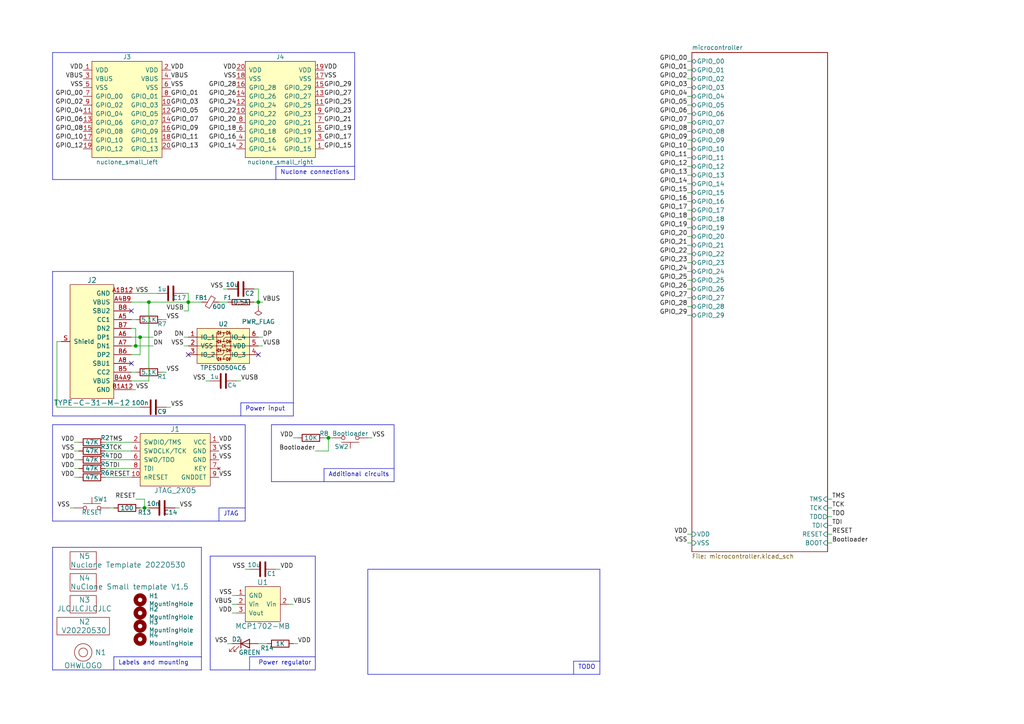
<source format=kicad_sch>
(kicad_sch (version 20230121) (generator eeschema)
  (paper "A4")
  (lib_symbols
    (symbol "Device:C" (pin_numbers hide) (pin_names (offset 0.254))
      (property "Reference" "C" (at 0.635 2.54 0))
      (property "Value" "C" (at 0.635 -2.54 0))
      (symbol "C_0_1"
        (polyline (pts (xy -2.032 -0.762) (xy 2.032 -0.762)) (stroke (width 0.508)))
        (polyline (pts (xy -2.032 0.762) (xy 2.032 0.762)) (stroke (width 0.508)))
      )
      (symbol "C_1_1"
        (pin passive line (at 0 3.81 270) (length 2.794) (name "~") (number "1"))
        (pin passive line (at 0 -3.81 90) (length 2.794) (name "~") (number "2"))
      )
    )
    (symbol "Device:FerriteBead_Small" (pin_numbers hide) (pin_names (offset 0))
      (property "Reference" "FB" (at 1.905 1.27 0))
      (property "Value" "FerriteBead_Small" (at 1.905 -1.27 0))
      (symbol "FerriteBead_Small_0_1"
        (polyline (pts (xy 0 -1.27) (xy 0 -0.7874)))
        (polyline (pts (xy 0 0.889) (xy 0 1.2954)))
        (polyline (pts (xy -1.8288 0.2794) (xy -1.1176 1.4986) (xy 1.8288 -0.2032) (xy 1.1176 -1.4224) (xy -1.8288 0.2794)))
      )
      (symbol "FerriteBead_Small_1_1"
        (pin passive line (at 0 2.54 270) (length 1.27) (name "~") (number "1"))
        (pin passive line (at 0 -2.54 90) (length 1.27) (name "~") (number "2"))
      )
    )
    (symbol "Device:Fuse" (pin_numbers hide) (pin_names (offset 0))
      (property "Reference" "F" (at 2.032 0 90))
      (property "Value" "Fuse" (at -1.905 0 90))
      (symbol "Fuse_0_1"
        (rectangle (start -0.762 -2.54) (end 0.762 2.54) (stroke (width 0.254)))
        (polyline (pts (xy 0 2.54) (xy 0 -2.54)))
      )
      (symbol "Fuse_1_1"
        (pin passive line (at 0 3.81 270) (length 1.27) (name "~") (number "1"))
        (pin passive line (at 0 -3.81 90) (length 1.27) (name "~") (number "2"))
      )
    )
    (symbol "Device:LED" (pin_numbers hide) (pin_names (offset 1.016) hide)
      (property "Reference" "D" (at 0 2.54 0))
      (property "Value" "LED" (at 0 -2.54 0))
      (symbol "LED_0_1"
        (polyline (pts (xy -1.27 -1.27) (xy -1.27 1.27)) (stroke (width 0.254)))
        (polyline (pts (xy -1.27 0) (xy 1.27 0)))
        (polyline (pts (xy 1.27 -1.27) (xy 1.27 1.27) (xy -1.27 0) (xy 1.27 -1.27)) (stroke (width 0.254)))
        (polyline (pts (xy -3.048 -0.762) (xy -4.572 -2.286) (xy -3.81 -2.286) (xy -4.572 -2.286) (xy -4.572 -1.524)))
        (polyline (pts (xy -1.778 -0.762) (xy -3.302 -2.286) (xy -2.54 -2.286) (xy -3.302 -2.286) (xy -3.302 -1.524)))
      )
      (symbol "LED_1_1"
        (pin passive line (at -3.81 0 0) (length 2.54) (name "K") (number "1"))
        (pin passive line (at 3.81 0 180) (length 2.54) (name "A") (number "2"))
      )
    )
    (symbol "Device:R" (pin_numbers hide) (pin_names (offset 0))
      (property "Reference" "R" (at 2.032 0 90))
      (property "Value" "R" (at 0 0 90))
      (symbol "R_0_1"
        (rectangle (start -1.016 -2.54) (end 1.016 2.54) (stroke (width 0.254)))
      )
      (symbol "R_1_1"
        (pin passive line (at 0 3.81 270) (length 1.27) (name "~") (number "1"))
        (pin passive line (at 0 -3.81 90) (length 1.27) (name "~") (number "2"))
      )
    )
    (symbol "Mechanical:MountingHole" (pin_names (offset 1.016))
      (property "Reference" "H" (at 0 5.08 0))
      (property "Value" "MountingHole" (at 0 3.175 0))
      (symbol "MountingHole_0_1"
        (circle (center 0 0) (radius 1.27) (stroke (width 1.27)))
      )
    )
    (symbol "SquantorConnectorsNamed:JTAG_2X05_IN" (pin_names (offset 1.016))
      (property "Reference" "J" (at 0 8.89 0))
      (property "Value" "JTAG_2X05_IN" (at 0 -8.89 0))
      (symbol "JTAG_2X05_IN_0_1"
        (rectangle (start -10.16 7.62) (end 10.16 -7.62) (fill (type background)))
      )
      (symbol "JTAG_2X05_IN_1_1"
        (pin power_in line (at 12.7 5.08 180) (length 2.54) (name "VCC") (number "1"))
        (pin open_collector line (at -12.7 -5.08 0) (length 2.54) (name "nRESET") (number "10"))
        (pin bidirectional line (at -12.7 5.08 0) (length 2.54) (name "SWDIO/TMS") (number "2"))
        (pin power_in line (at 12.7 2.54 180) (length 2.54) (name "GND") (number "3"))
        (pin output line (at -12.7 2.54 0) (length 2.54) (name "SWDCLK/TCK") (number "4"))
        (pin power_in line (at 12.7 0 180) (length 2.54) (name "GND") (number "5"))
        (pin output line (at -12.7 0 0) (length 2.54) (name "SWO/TDO") (number "6"))
        (pin no_connect line (at 12.7 -2.54 180) (length 2.54) (name "KEY") (number "7"))
        (pin input line (at -12.7 -2.54 0) (length 2.54) (name "TDI") (number "8"))
        (pin power_in line (at 12.7 -5.08 180) (length 2.54) (name "GNDDET") (number "9"))
      )
    )
    (symbol "SquantorConnectorsNamed:nuclone_small_left" (pin_names (offset 1.016))
      (property "Reference" "J" (at 0 15.24 0))
      (property "Value" "nuclone_small_left" (at 0 -15.24 0))
      (symbol "nuclone_small_left_0_1"
        (rectangle (start -10.16 13.97) (end 10.16 -13.97) (fill (type background)))
      )
      (symbol "nuclone_small_left_1_1"
        (pin power_in line (at -12.7 11.43 0) (length 2.54) (name "VDD") (number "1"))
        (pin bidirectional line (at 12.7 1.27 180) (length 2.54) (name "GPIO_03") (number "10"))
        (pin bidirectional line (at -12.7 -1.27 0) (length 2.54) (name "GPIO_04") (number "11"))
        (pin bidirectional line (at 12.7 -1.27 180) (length 2.54) (name "GPIO_05") (number "12"))
        (pin bidirectional line (at -12.7 -3.81 0) (length 2.54) (name "GPIO_06") (number "13"))
        (pin bidirectional line (at 12.7 -3.81 180) (length 2.54) (name "GPIO_07") (number "14"))
        (pin bidirectional line (at -12.7 -6.35 0) (length 2.54) (name "GPIO_08") (number "15"))
        (pin bidirectional line (at 12.7 -6.35 180) (length 2.54) (name "GPIO_09") (number "16"))
        (pin bidirectional line (at -12.7 -8.89 0) (length 2.54) (name "GPIO_10") (number "17"))
        (pin bidirectional line (at 12.7 -8.89 180) (length 2.54) (name "GPIO_11") (number "18"))
        (pin bidirectional line (at -12.7 -11.43 0) (length 2.54) (name "GPIO_12") (number "19"))
        (pin power_in line (at 12.7 11.43 180) (length 2.54) (name "VDD") (number "2"))
        (pin bidirectional line (at 12.7 -11.43 180) (length 2.54) (name "GPIO_13") (number "20"))
        (pin power_in line (at -12.7 8.89 0) (length 2.54) (name "VBUS") (number "3"))
        (pin power_in line (at 12.7 8.89 180) (length 2.54) (name "VBUS") (number "4"))
        (pin power_in line (at -12.7 6.35 0) (length 2.54) (name "VSS") (number "5"))
        (pin power_in line (at 12.7 6.35 180) (length 2.54) (name "VSS") (number "6"))
        (pin bidirectional line (at -12.7 3.81 0) (length 2.54) (name "GPIO_00") (number "7"))
        (pin bidirectional line (at 12.7 3.81 180) (length 2.54) (name "GPIO_01") (number "8"))
        (pin bidirectional line (at -12.7 1.27 0) (length 2.54) (name "GPIO_02") (number "9"))
      )
    )
    (symbol "SquantorConnectorsNamed:nuclone_small_right" (pin_names (offset 1.016))
      (property "Reference" "J" (at 0 -15.24 0))
      (property "Value" "nuclone_small_right" (at 0 15.24 0))
      (symbol "nuclone_small_right_0_1"
        (rectangle (start 10.16 -13.97) (end -10.16 13.97) (fill (type background)))
      )
      (symbol "nuclone_small_right_1_1"
        (pin bidirectional line (at 12.7 -11.43 180) (length 2.54) (name "GPIO_15") (number "1"))
        (pin bidirectional line (at -12.7 -1.27 0) (length 2.54) (name "GPIO_22") (number "10"))
        (pin bidirectional line (at 12.7 1.27 180) (length 2.54) (name "GPIO_25") (number "11"))
        (pin bidirectional line (at -12.7 1.27 0) (length 2.54) (name "GPIO_24") (number "12"))
        (pin bidirectional line (at 12.7 3.81 180) (length 2.54) (name "GPIO_27") (number "13"))
        (pin bidirectional line (at -12.7 3.81 0) (length 2.54) (name "GPIO_26") (number "14"))
        (pin bidirectional line (at 12.7 6.35 180) (length 2.54) (name "GPIO_29") (number "15"))
        (pin bidirectional line (at -12.7 6.35 0) (length 2.54) (name "GPIO_28") (number "16"))
        (pin power_in line (at 12.7 8.89 180) (length 2.54) (name "VSS") (number "17"))
        (pin power_in line (at -12.7 8.89 0) (length 2.54) (name "VSS") (number "18"))
        (pin power_in line (at 12.7 11.43 180) (length 2.54) (name "VDD") (number "19"))
        (pin bidirectional line (at -12.7 -11.43 0) (length 2.54) (name "GPIO_14") (number "2"))
        (pin power_in line (at -12.7 11.43 0) (length 2.54) (name "VDD") (number "20"))
        (pin bidirectional line (at 12.7 -8.89 180) (length 2.54) (name "GPIO_17") (number "3"))
        (pin bidirectional line (at -12.7 -8.89 0) (length 2.54) (name "GPIO_16") (number "4"))
        (pin bidirectional line (at 12.7 -6.35 180) (length 2.54) (name "GPIO_19") (number "5"))
        (pin bidirectional line (at -12.7 -6.35 0) (length 2.54) (name "GPIO_18") (number "6"))
        (pin bidirectional line (at 12.7 -3.81 180) (length 2.54) (name "GPIO_21") (number "7"))
        (pin bidirectional line (at -12.7 -3.81 0) (length 2.54) (name "GPIO_20") (number "8"))
        (pin bidirectional line (at 12.7 -1.27 180) (length 2.54) (name "GPIO_23") (number "9"))
      )
    )
    (symbol "SquantorDevice:TVS_4_Array" (pin_names (offset 1.016))
      (property "Reference" "U" (at 0 7.62 0))
      (property "Value" "TVS_4_Array" (at 0 -5.08 0))
      (symbol "TVS_4_Array_0_1"
        (rectangle (start -7.62 6.35) (end 7.62 -3.81) (fill (type background)))
        (circle (center -1.905 0) (radius 0.127))
        (circle (center -1.905 1.27) (radius 0.127))
        (circle (center -1.905 2.54) (radius 0.127))
        (polyline (pts (xy -7.62 1.27) (xy -0.254 1.27)))
        (polyline (pts (xy -1.905 5.08) (xy -1.905 -2.54)))
        (polyline (pts (xy -1.524 -2.54) (xy -1.905 -2.54)))
        (polyline (pts (xy -1.524 0) (xy -1.905 0)))
        (polyline (pts (xy -1.524 2.54) (xy -1.905 2.54)))
        (polyline (pts (xy -1.524 5.08) (xy -1.905 5.08)))
        (polyline (pts (xy -0.762 -2.54) (xy 1.016 -2.54)))
        (polyline (pts (xy -0.762 -2.032) (xy -0.762 -3.048)))
        (polyline (pts (xy -0.762 -2.032) (xy -0.762 -3.048)))
        (polyline (pts (xy -0.762 0) (xy 1.016 0)))
        (polyline (pts (xy -0.762 0.508) (xy -0.762 -0.508)))
        (polyline (pts (xy -0.762 0.508) (xy -0.762 -0.508)))
        (polyline (pts (xy -0.762 2.54) (xy 1.016 2.54)))
        (polyline (pts (xy -0.762 3.048) (xy -0.762 2.032)))
        (polyline (pts (xy -0.762 3.048) (xy -0.762 2.032)))
        (polyline (pts (xy -0.762 5.08) (xy 1.016 5.08)))
        (polyline (pts (xy -0.762 5.588) (xy -0.762 4.572)))
        (polyline (pts (xy -0.762 5.588) (xy -0.762 4.572)))
        (polyline (pts (xy 0.508 1.27) (xy 7.62 1.27)))
        (polyline (pts (xy 1.778 -2.54) (xy 2.159 -2.54)))
        (polyline (pts (xy 1.778 -2.032) (xy 1.778 -3.048)))
        (polyline (pts (xy 1.778 -2.032) (xy 1.778 -3.048)))
        (polyline (pts (xy 1.778 0) (xy 2.159 0)))
        (polyline (pts (xy 1.778 0.508) (xy 1.778 -0.508)))
        (polyline (pts (xy 1.778 0.508) (xy 1.778 -0.508)))
        (polyline (pts (xy 1.778 2.54) (xy 2.159 2.54)))
        (polyline (pts (xy 1.778 3.048) (xy 1.778 2.032)))
        (polyline (pts (xy 1.778 3.048) (xy 1.778 2.032)))
        (polyline (pts (xy 1.778 5.08) (xy 2.159 5.08)))
        (polyline (pts (xy 1.778 5.588) (xy 1.778 4.572)))
        (polyline (pts (xy 1.778 5.588) (xy 1.778 4.572)))
        (polyline (pts (xy 2.159 5.08) (xy 2.159 -2.54)))
        (polyline (pts (xy 0.508 1.27) (xy 0.508 0.762) (xy 0.635 0.635)))
        (polyline (pts (xy 0.508 1.27) (xy 0.508 1.778) (xy 0.381 1.905)))
        (polyline (pts (xy -7.62 -1.27) (xy -0.381 -1.27) (xy 0.127 -0.762) (xy 0.127 0)))
        (polyline (pts (xy -7.62 3.81) (xy -0.381 3.81) (xy 0.127 4.318) (xy 0.127 5.08)))
        (polyline (pts (xy 0.508 1.27) (xy -0.254 1.778) (xy -0.254 0.762) (xy 0.508 1.27)))
        (polyline (pts (xy 7.62 -1.27) (xy 0.635 -1.27) (xy 0.127 -1.778) (xy 0.127 -2.413)))
        (polyline (pts (xy 7.62 3.81) (xy 0.635 3.81) (xy 0.127 3.302) (xy 0.127 2.667)))
        (circle (center 0.127 -2.54) (radius 0.127))
        (circle (center 0.127 0) (radius 0.127))
        (circle (center 0.127 2.54) (radius 0.127))
        (circle (center 0.127 5.08) (radius 0.127))
        (circle (center 2.159 0) (radius 0.127))
        (circle (center 2.159 1.27) (radius 0.127))
        (circle (center 2.159 2.54) (radius 0.127))
      )
      (symbol "TVS_4_Array_1_1"
        (polyline (pts (xy -0.762 -2.54) (xy -1.524 -2.032) (xy -1.524 -3.048) (xy -0.762 -2.54)))
        (polyline (pts (xy -0.762 -2.54) (xy -1.524 -2.032) (xy -1.524 -3.048) (xy -0.762 -2.54)))
        (polyline (pts (xy -0.762 0) (xy -1.524 0.508) (xy -1.524 -0.508) (xy -0.762 0)))
        (polyline (pts (xy -0.762 0) (xy -1.524 0.508) (xy -1.524 -0.508) (xy -0.762 0)))
        (polyline (pts (xy -0.762 2.54) (xy -1.524 3.048) (xy -1.524 2.032) (xy -0.762 2.54)))
        (polyline (pts (xy -0.762 2.54) (xy -1.524 3.048) (xy -1.524 2.032) (xy -0.762 2.54)))
        (polyline (pts (xy -0.762 5.08) (xy -1.524 5.588) (xy -1.524 4.572) (xy -0.762 5.08)))
        (polyline (pts (xy -0.762 5.08) (xy -1.524 5.588) (xy -1.524 4.572) (xy -0.762 5.08)))
        (polyline (pts (xy 1.778 -2.54) (xy 1.016 -2.032) (xy 1.016 -3.048) (xy 1.778 -2.54)))
        (polyline (pts (xy 1.778 -2.54) (xy 1.016 -2.032) (xy 1.016 -3.048) (xy 1.778 -2.54)))
        (polyline (pts (xy 1.778 0) (xy 1.016 0.508) (xy 1.016 -0.508) (xy 1.778 0)))
        (polyline (pts (xy 1.778 0) (xy 1.016 0.508) (xy 1.016 -0.508) (xy 1.778 0)))
        (polyline (pts (xy 1.778 2.54) (xy 1.016 3.048) (xy 1.016 2.032) (xy 1.778 2.54)))
        (polyline (pts (xy 1.778 2.54) (xy 1.016 3.048) (xy 1.016 2.032) (xy 1.778 2.54)))
        (polyline (pts (xy 1.778 5.08) (xy 1.016 5.588) (xy 1.016 4.572) (xy 1.778 5.08)))
        (polyline (pts (xy 1.778 5.08) (xy 1.016 5.588) (xy 1.016 4.572) (xy 1.778 5.08)))
        (pin passive line (at -10.16 3.81 0) (length 2.54) (name "IO_1") (number "1"))
        (pin power_in line (at -10.16 1.27 0) (length 2.54) (name "VSS") (number "2"))
        (pin passive line (at -10.16 -1.27 0) (length 2.54) (name "IO_2") (number "3"))
        (pin passive line (at 10.16 -1.27 180) (length 2.54) (name "IO_3") (number "4"))
        (pin power_in line (at 10.16 1.27 180) (length 2.54) (name "VDD") (number "5"))
        (pin passive line (at 10.16 3.81 180) (length 2.54) (name "IO_4") (number "6"))
      )
    )
    (symbol "SquantorLabels:Label" (pin_names (offset 1.016))
      (property "Reference" "N" (at 0 1.27 0))
      (property "Value" "Label" (at 0 -1.27 0))
      (symbol "Label_0_1"
        (rectangle (start -3.81 2.54) (end 3.81 -2.54))
      )
    )
    (symbol "SquantorLabels:OHWLOGO" (pin_names (offset 1.016))
      (property "Reference" "N" (at 0 3.81 0))
      (property "Value" "OHWLOGO" (at 0 -3.81 0))
      (symbol "OHWLOGO_0_1"
        (circle (center 0 0) (radius 1.27))
        (circle (center 0 0) (radius 2.54))
      )
    )
    (symbol "SquantorLabels:VYYYYMMDD" (pin_names (offset 1.016))
      (property "Reference" "N" (at 0 2.54 0))
      (property "Value" "VYYYYMMDD" (at 0 0 0))
      (symbol "VYYYYMMDD_0_1"
        (rectangle (start 7.62 -1.27) (end -7.62 3.81))
      )
    )
    (symbol "SquantorMicrochip:MCP1702-MB" (pin_names (offset 1.016))
      (property "Reference" "U" (at 0 6.35 0))
      (property "Value" "MCP1702-MB" (at 0 -6.35 0))
      (symbol "MCP1702-MB_0_1"
        (rectangle (start -5.08 5.08) (end 5.08 -5.08) (fill (type background)))
      )
      (symbol "MCP1702-MB_1_1"
        (pin power_in line (at -7.62 2.54 0) (length 2.54) (name "GND") (number "1"))
        (pin power_in line (at -7.62 0 0) (length 2.54) (name "Vin") (number "2"))
        (pin power_in line (at 7.62 0 180) (length 2.54) (name "Vin") (number "2"))
        (pin power_out line (at -7.62 -2.54 0) (length 2.54) (name "Vout") (number "3"))
      )
    )
    (symbol "SquantorUsb:USB-C_PD_USB" (pin_names (offset 1.016))
      (property "Reference" "J" (at 0 17.78 0))
      (property "Value" "USB-C_PD_USB" (at 0 -17.78 0))
      (symbol "USB-C_PD_USB_0_1"
        (rectangle (start 6.35 16.51) (end -6.35 -16.51) (fill (type background)))
      )
      (symbol "USB-C_PD_USB_1_1"
        (pin power_out line (at 11.43 13.97 180) (length 5.08) (name "GND") (number "A1B12"))
        (pin power_out line (at 11.43 11.43 180) (length 5.08) (name "VBUS") (number "A4B9"))
        (pin bidirectional line (at 11.43 6.35 180) (length 5.08) (name "CC1") (number "A5"))
        (pin bidirectional line (at 11.43 1.27 180) (length 5.08) (name "DP1") (number "A6"))
        (pin bidirectional line (at 11.43 -1.27 180) (length 5.08) (name "DN1") (number "A7"))
        (pin bidirectional line (at 11.43 -6.35 180) (length 5.08) (name "SBU1") (number "A8"))
        (pin passive line (at 11.43 -13.97 180) (length 5.08) (name "GND") (number "B1A12"))
        (pin passive line (at 11.43 -11.43 180) (length 5.08) (name "VBUS") (number "B4A9"))
        (pin bidirectional line (at 11.43 -8.89 180) (length 5.08) (name "CC2") (number "B5"))
        (pin bidirectional line (at 11.43 -3.81 180) (length 5.08) (name "DP2") (number "B6"))
        (pin bidirectional line (at 11.43 3.81 180) (length 5.08) (name "DN2") (number "B7"))
        (pin bidirectional line (at 11.43 8.89 180) (length 5.08) (name "SBU2") (number "B8"))
        (pin passive line (at -8.89 0 0) (length 2.54) (name "Shield") (number "S"))
      )
    )
    (symbol "Switch:SW_Push" (pin_numbers hide) (pin_names (offset 1.016) hide)
      (property "Reference" "SW" (at 1.27 2.54 0))
      (property "Value" "SW_Push" (at 0 -1.524 0))
      (symbol "SW_Push_0_1"
        (circle (center -2.032 0) (radius 0.508))
        (polyline (pts (xy 0 1.27) (xy 0 3.048)))
        (polyline (pts (xy 2.54 1.27) (xy -2.54 1.27)))
        (circle (center 2.032 0) (radius 0.508))
        (pin passive line (at -5.08 0 0) (length 2.54) (name "1") (number "1"))
        (pin passive line (at 5.08 0 180) (length 2.54) (name "2") (number "2"))
      )
    )
    (symbol "power:PWR_FLAG" (power) (pin_numbers hide) (pin_names (offset 0) hide)
      (property "Value" "PWR_FLAG" (at 0 3.81 0))
      (symbol "PWR_FLAG_0_0"
        (pin power_out line (at 0 0 90) (length 0) (name "pwr") (number "1"))
      )
      (symbol "PWR_FLAG_0_1"
        (polyline (pts (xy 0 0) (xy 0 1.27) (xy -1.016 1.905) (xy 0 2.54) (xy 1.016 1.905) (xy 0 1.27)))
      )
    )
  )
  (junction (at 40.64 97.79))
  (junction (at 43.18 87.63))
  (junction (at 41.91 147.32))
  (junction (at 74.93 87.63))
  (junction (at 54.61 87.63))
  (junction (at 39.37 100.33))
  (junction (at 95.25 127))
  (no_connect (at 74.93 102.87))
  (no_connect (at 38.1 90.17))
  (no_connect (at 38.1 105.41))
  (no_connect (at 54.61 102.87))
  (wire (pts (xy 200.66 20.32) (xy 199.39 20.32)))
  (wire (pts (xy 68.58 175.26) (xy 67.31 175.26)))
  (wire (pts (xy 199.39 33.02) (xy 200.66 33.02)))
  (polyline (pts (xy 15.24 151.13) (xy 71.12 151.13)))
  (wire (pts (xy 200.66 35.56) (xy 199.39 35.56)))
  (wire (pts (xy 240.03 157.48) (xy 241.3 157.48)))
  (polyline (pts (xy 106.68 165.1) (xy 173.99 165.1)))
  (polyline (pts (xy 15.24 194.31) (xy 58.42 194.31)))
  (wire (pts (xy 200.66 30.48) (xy 199.39 30.48)))
  (polyline (pts (xy 72.39 190.5) (xy 72.39 194.31)))
  (wire (pts (xy 31.75 147.32) (xy 33.02 147.32)))
  (wire (pts (xy 46.99 107.95) (xy 48.26 107.95)))
  (wire (pts (xy 93.98 127) (xy 95.25 127)))
  (polyline (pts (xy 78.74 123.19) (xy 78.74 139.7)))
  (polyline (pts (xy 80.01 48.26) (xy 80.01 52.07)))
  (wire (pts (xy 85.09 127) (xy 86.36 127)))
  (wire (pts (xy 30.48 138.43) (xy 38.1 138.43)))
  (polyline (pts (xy 15.24 158.75) (xy 15.24 194.31)))
  (wire (pts (xy 76.2 97.79) (xy 74.93 97.79)))
  (wire (pts (xy 199.39 38.1) (xy 200.66 38.1)))
  (wire (pts (xy 39.37 95.25) (xy 39.37 100.33)))
  (polyline (pts (xy 85.09 116.84) (xy 69.85 116.84)))
  (wire (pts (xy 67.31 186.69) (xy 66.04 186.69)))
  (polyline (pts (xy 71.12 151.13) (xy 71.12 123.19)))
  (polyline (pts (xy 71.12 147.32) (xy 63.5 147.32)))
  (wire (pts (xy 30.48 128.27) (xy 38.1 128.27)))
  (polyline (pts (xy 102.87 48.26) (xy 80.01 48.26)))
  (wire (pts (xy 41.91 147.32) (xy 43.18 147.32)))
  (polyline (pts (xy 15.24 52.07) (xy 102.87 52.07)))
  (wire (pts (xy 38.1 85.09) (xy 45.72 85.09)))
  (polyline (pts (xy 60.96 194.31) (xy 91.44 194.31)))
  (polyline (pts (xy 106.68 195.58) (xy 106.68 165.1)))
  (wire (pts (xy 73.66 83.82) (xy 74.93 83.82)))
  (wire (pts (xy 39.37 107.95) (xy 38.1 107.95)))
  (polyline (pts (xy 71.12 123.19) (xy 15.24 123.19)))
  (polyline (pts (xy 173.99 165.1) (xy 173.99 195.58)))
  (wire (pts (xy 53.34 90.17) (xy 54.61 90.17)))
  (polyline (pts (xy 114.3 135.89) (xy 93.98 135.89)))
  (wire (pts (xy 53.34 100.33) (xy 54.61 100.33)))
  (wire (pts (xy 199.39 83.82) (xy 200.66 83.82)))
  (wire (pts (xy 22.86 135.89) (xy 21.59 135.89)))
  (wire (pts (xy 54.61 85.09) (xy 54.61 87.63)))
  (wire (pts (xy 16.51 99.06) (xy 16.51 118.11)))
  (wire (pts (xy 85.09 175.26) (xy 83.82 175.26)))
  (wire (pts (xy 30.48 133.35) (xy 38.1 133.35)))
  (wire (pts (xy 44.45 100.33) (xy 39.37 100.33)))
  (wire (pts (xy 107.95 127) (xy 106.68 127)))
  (polyline (pts (xy 102.87 52.07) (xy 102.87 15.24)))
  (polyline (pts (xy 93.98 135.89) (xy 93.98 139.7)))
  (wire (pts (xy 22.86 130.81) (xy 21.59 130.81)))
  (polyline (pts (xy 15.24 123.19) (xy 15.24 151.13)))
  (wire (pts (xy 74.93 83.82) (xy 74.93 87.63)))
  (wire (pts (xy 199.39 73.66) (xy 200.66 73.66)))
  (wire (pts (xy 38.1 95.25) (xy 39.37 95.25)))
  (polyline (pts (xy 114.3 123.19) (xy 78.74 123.19)))
  (wire (pts (xy 199.39 88.9) (xy 200.66 88.9)))
  (wire (pts (xy 240.03 144.78) (xy 241.3 144.78)))
  (wire (pts (xy 200.66 76.2) (xy 199.39 76.2)))
  (polyline (pts (xy 15.24 15.24) (xy 15.24 52.07)))
  (wire (pts (xy 76.2 87.63) (xy 74.93 87.63)))
  (wire (pts (xy 21.59 138.43) (xy 22.86 138.43)))
  (wire (pts (xy 30.48 130.81) (xy 38.1 130.81)))
  (wire (pts (xy 74.93 87.63) (xy 73.66 87.63)))
  (wire (pts (xy 54.61 90.17) (xy 54.61 87.63)))
  (polyline (pts (xy 60.96 161.29) (xy 60.96 194.31)))
  (wire (pts (xy 54.61 97.79) (xy 53.34 97.79)))
  (wire (pts (xy 41.91 144.78) (xy 41.91 147.32)))
  (wire (pts (xy 53.34 85.09) (xy 54.61 85.09)))
  (wire (pts (xy 44.45 97.79) (xy 40.64 97.79)))
  (wire (pts (xy 240.03 154.94) (xy 241.3 154.94)))
  (wire (pts (xy 200.66 40.64) (xy 199.39 40.64)))
  (wire (pts (xy 40.64 102.87) (xy 38.1 102.87)))
  (wire (pts (xy 38.1 97.79) (xy 40.64 97.79)))
  (polyline (pts (xy 58.42 190.5) (xy 33.02 190.5)))
  (wire (pts (xy 21.59 133.35) (xy 22.86 133.35)))
  (wire (pts (xy 200.66 55.88) (xy 199.39 55.88)))
  (wire (pts (xy 241.3 147.32) (xy 240.03 147.32)))
  (wire (pts (xy 48.26 92.71) (xy 46.99 92.71)))
  (polyline (pts (xy 91.44 161.29) (xy 60.96 161.29)))
  (polyline (pts (xy 85.09 78.74) (xy 15.24 78.74)))
  (wire (pts (xy 64.77 83.82) (xy 66.04 83.82)))
  (wire (pts (xy 63.5 87.63) (xy 66.04 87.63)))
  (wire (pts (xy 240.03 149.86) (xy 241.3 149.86)))
  (polyline (pts (xy 63.5 147.32) (xy 63.5 151.13)))
  (wire (pts (xy 200.66 157.48) (xy 199.39 157.48)))
  (wire (pts (xy 43.18 87.63) (xy 54.61 87.63)))
  (wire (pts (xy 52.07 147.32) (xy 50.8 147.32)))
  (wire (pts (xy 38.1 87.63) (xy 43.18 87.63)))
  (wire (pts (xy 69.85 110.49) (xy 68.58 110.49)))
  (wire (pts (xy 39.37 100.33) (xy 38.1 100.33)))
  (wire (pts (xy 38.1 110.49) (xy 43.18 110.49)))
  (wire (pts (xy 21.59 128.27) (xy 22.86 128.27)))
  (wire (pts (xy 200.66 66.04) (xy 199.39 66.04)))
  (wire (pts (xy 95.25 127) (xy 96.52 127)))
  (polyline (pts (xy 91.44 190.5) (xy 72.39 190.5)))
  (polyline (pts (xy 15.24 78.74) (xy 15.24 120.65)))
  (wire (pts (xy 199.39 78.74) (xy 200.66 78.74)))
  (wire (pts (xy 199.39 68.58) (xy 200.66 68.58)))
  (wire (pts (xy 241.3 152.4) (xy 240.03 152.4)))
  (wire (pts (xy 38.1 92.71) (xy 39.37 92.71)))
  (wire (pts (xy 199.39 48.26) (xy 200.66 48.26)))
  (polyline (pts (xy 102.87 15.24) (xy 15.24 15.24)))
  (wire (pts (xy 199.39 27.94) (xy 200.66 27.94)))
  (wire (pts (xy 20.32 147.32) (xy 21.59 147.32)))
  (polyline (pts (xy 58.42 194.31) (xy 58.42 158.75)))
  (wire (pts (xy 199.39 58.42) (xy 200.66 58.42)))
  (polyline (pts (xy 33.02 190.5) (xy 33.02 194.31)))
  (wire (pts (xy 199.39 22.86) (xy 200.66 22.86)))
  (polyline (pts (xy 85.09 78.74) (xy 85.09 120.65)))
  (wire (pts (xy 200.66 71.12) (xy 199.39 71.12)))
  (wire (pts (xy 67.31 172.72) (xy 68.58 172.72)))
  (wire (pts (xy 71.12 165.1) (xy 72.39 165.1)))
  (wire (pts (xy 39.37 144.78) (xy 41.91 144.78)))
  (wire (pts (xy 200.66 45.72) (xy 199.39 45.72)))
  (polyline (pts (xy 166.37 195.58) (xy 166.37 191.77)))
  (wire (pts (xy 49.53 118.11) (xy 48.26 118.11)))
  (wire (pts (xy 80.01 165.1) (xy 81.28 165.1)))
  (wire (pts (xy 199.39 17.78) (xy 200.66 17.78)))
  (wire (pts (xy 200.66 50.8) (xy 199.39 50.8)))
  (wire (pts (xy 200.66 25.4) (xy 199.39 25.4)))
  (wire (pts (xy 17.78 99.06) (xy 16.51 99.06)))
  (wire (pts (xy 86.36 186.69) (xy 85.09 186.69)))
  (wire (pts (xy 40.64 97.79) (xy 40.64 102.87)))
  (wire (pts (xy 74.93 88.9) (xy 74.93 87.63)))
  (wire (pts (xy 74.93 100.33) (xy 76.2 100.33)))
  (polyline (pts (xy 69.85 116.84) (xy 69.85 120.65)))
  (polyline (pts (xy 58.42 158.75) (xy 15.24 158.75)))
  (wire (pts (xy 199.39 154.94) (xy 200.66 154.94)))
  (wire (pts (xy 200.66 81.28) (xy 199.39 81.28)))
  (wire (pts (xy 39.37 113.03) (xy 38.1 113.03)))
  (wire (pts (xy 67.31 177.8) (xy 68.58 177.8)))
  (wire (pts (xy 91.44 130.81) (xy 95.25 130.81)))
  (polyline (pts (xy 91.44 194.31) (xy 91.44 161.29)))
  (polyline (pts (xy 78.74 139.7) (xy 114.3 139.7)))
  (polyline (pts (xy 15.24 120.65) (xy 85.09 120.65)))
  (wire (pts (xy 54.61 87.63) (xy 58.42 87.63)))
  (wire (pts (xy 77.47 186.69) (xy 74.93 186.69)))
  (wire (pts (xy 199.39 43.18) (xy 200.66 43.18)))
  (wire (pts (xy 40.64 147.32) (xy 41.91 147.32)))
  (wire (pts (xy 200.66 91.44) (xy 199.39 91.44)))
  (wire (pts (xy 16.51 118.11) (xy 40.64 118.11)))
  (wire (pts (xy 95.25 130.81) (xy 95.25 127)))
  (wire (pts (xy 200.66 60.96) (xy 199.39 60.96)))
  (wire (pts (xy 43.18 110.49) (xy 43.18 87.63)))
  (wire (pts (xy 199.39 53.34) (xy 200.66 53.34)))
  (wire (pts (xy 199.39 63.5) (xy 200.66 63.5)))
  (polyline (pts (xy 114.3 139.7) (xy 114.3 123.19)))
  (wire (pts (xy 30.48 135.89) (xy 38.1 135.89)))
  (polyline (pts (xy 173.99 195.58) (xy 106.68 195.58)))
  (polyline (pts (xy 166.37 191.77) (xy 173.99 191.77)))
  (wire (pts (xy 60.96 110.49) (xy 59.69 110.49)))
  (wire (pts (xy 200.66 86.36) (xy 199.39 86.36)))
  (text "Power input" (at 71.12 119.38 0) (effects (font (size 1.27 1.27)) (justify left bottom)))
  (text "Nuclone connections" (at 81.28 50.8 0) (effects (font (size 1.27 1.27)) (justify left bottom)))
  (text "Additional circuits" (at 95.25 138.43 0) (effects (font (size 1.27 1.27)) (justify left bottom)))
  (text "TODO" (at 167.64 194.31 0) (effects (font (size 1.27 1.27)) (justify left bottom)))
  (text "Power regulator" (at 74.93 193.04 0) (effects (font (size 1.27 1.27)) (justify left bottom)))
  (text "Labels and mounting" (at 34.29 193.04 0) (effects (font (size 1.27 1.27)) (justify left bottom)))
  (text "JTAG" (at 64.77 149.86 0) (effects (font (size 1.27 1.27)) (justify left bottom)))
  (label "GPIO_28" (at 68.58 25.4 180))
  (label "GPIO_19" (at 199.39 66.04 180))
  (label "GPIO_15" (at 199.39 55.88 180))
  (label "GPIO_08" (at 199.39 38.1 180))
  (label "Bootloader" (at 241.3 157.48 0))
  (label "GPIO_07" (at 199.39 35.56 180))
  (label "VBUS" (at 76.2 87.63 0))
  (label "VSS" (at 39.37 113.03 0))
  (label "DN" (at 44.45 100.33 0))
  (label "Bootloader" (at 91.44 130.81 180))
  (label "RESET" (at 39.37 144.78 180))
  (label "GPIO_29" (at 93.98 25.4 0))
  (label "GPIO_18" (at 68.58 38.1 180))
  (label "TCK" (at 241.3 147.32 0))
  (label "VSS" (at 48.26 92.71 0))
  (label "GPIO_11" (at 49.53 40.64 0))
  (label "VSS" (at 66.04 186.69 180))
  (label "VDD" (at 67.31 177.8 180))
  (label "TMS" (at 31.75 128.27 0))
  (label "VDD" (at 93.98 20.32 0))
  (label "DN" (at 53.34 97.79 180))
  (label "GPIO_02" (at 199.39 22.86 180))
  (label "GPIO_19" (at 93.98 38.1 0))
  (label "TMS" (at 241.3 144.78 0))
  (label "GPIO_03" (at 49.53 30.48 0))
  (label "GPIO_09" (at 199.39 40.64 180))
  (label "VDD" (at 68.58 20.32 180))
  (label "GPIO_07" (at 49.53 35.56 0))
  (label "GPIO_16" (at 199.39 58.42 180))
  (label "VSS" (at 199.39 157.48 180))
  (label "GPIO_12" (at 24.13 43.18 180))
  (label "GPIO_23" (at 93.98 33.02 0))
  (label "GPIO_16" (at 68.58 40.64 180))
  (label "VSS" (at 64.77 83.82 180))
  (label "GPIO_02" (at 24.13 30.48 180))
  (label "GPIO_10" (at 24.13 40.64 180))
  (label "GPIO_26" (at 68.58 27.94 180))
  (label "VSS" (at 52.07 147.32 0))
  (label "GPIO_13" (at 49.53 43.18 0))
  (label "VDD" (at 21.59 133.35 180))
  (label "GPIO_27" (at 93.98 27.94 0))
  (label "VDD" (at 21.59 135.89 180))
  (label "GPIO_25" (at 93.98 30.48 0))
  (label "VSS" (at 49.53 118.11 0))
  (label "DP" (at 44.45 97.79 0))
  (label "GPIO_21" (at 93.98 35.56 0))
  (label "GPIO_25" (at 199.39 81.28 180))
  (label "GPIO_11" (at 199.39 45.72 180))
  (label "GPIO_05" (at 199.39 30.48 180))
  (label "GPIO_21" (at 199.39 71.12 180))
  (label "VDD" (at 85.09 127 180))
  (label "GPIO_20" (at 199.39 68.58 180))
  (label "GPIO_17" (at 199.39 60.96 180))
  (label "VSS" (at 63.5 138.43 0))
  (label "VSS" (at 20.32 147.32 180))
  (label "GPIO_28" (at 199.39 88.9 180))
  (label "GPIO_12" (at 199.39 48.26 180))
  (label "VSS" (at 93.98 22.86 0))
  (label "GPIO_14" (at 199.39 53.34 180))
  (label "GPIO_01" (at 49.53 27.94 0))
  (label "VSS" (at 71.12 165.1 180))
  (label "TDI" (at 241.3 152.4 0))
  (label "VDD" (at 81.28 165.1 0))
  (label "VSS" (at 63.5 130.81 0))
  (label "VUSB" (at 76.2 100.33 0))
  (label "VSS" (at 59.69 110.49 180))
  (label "VDD" (at 49.53 20.32 0))
  (label "VDD" (at 199.39 154.94 180))
  (label "GPIO_09" (at 49.53 38.1 0))
  (label "VSS" (at 53.34 100.33 180))
  (label "TCK" (at 31.75 130.81 0))
  (label "VBUS" (at 49.53 22.86 0))
  (label "GPIO_26" (at 199.39 83.82 180))
  (label "TDI" (at 31.75 135.89 0))
  (label "VUSB" (at 69.85 110.49 0))
  (label "GPIO_15" (at 93.98 43.18 0))
  (label "VSS" (at 49.53 25.4 0))
  (label "GPIO_27" (at 199.39 86.36 180))
  (label "GPIO_14" (at 68.58 43.18 180))
  (label "GPIO_18" (at 199.39 63.5 180))
  (label "GPIO_22" (at 68.58 33.02 180))
  (label "GPIO_00" (at 24.13 27.94 180))
  (label "VDD" (at 21.59 138.43 180))
  (label "GPIO_22" (at 199.39 73.66 180))
  (label "GPIO_17" (at 93.98 40.64 0))
  (label "GPIO_24" (at 68.58 30.48 180))
  (label "GPIO_10" (at 199.39 43.18 180))
  (label "GPIO_24" (at 199.39 78.74 180))
  (label "GPIO_08" (at 24.13 38.1 180))
  (label "GPIO_03" (at 199.39 25.4 180))
  (label "VBUS" (at 85.09 175.26 0))
  (label "RESET" (at 241.3 154.94 0))
  (label "VDD" (at 24.13 20.32 180))
  (label "VSS" (at 68.58 22.86 180))
  (label "VSS" (at 39.37 85.09 0))
  (label "RESET" (at 31.75 138.43 0))
  (label "TDO" (at 241.3 149.86 0))
  (label "VSS" (at 21.59 130.81 180))
  (label "GPIO_04" (at 24.13 33.02 180))
  (label "VSS" (at 24.13 25.4 180))
  (label "VSS" (at 63.5 133.35 0))
  (label "GPIO_06" (at 199.39 33.02 180))
  (label "GPIO_20" (at 68.58 35.56 180))
  (label "TDO" (at 31.75 133.35 0))
  (label "VBUS" (at 67.31 175.26 180))
  (label "GPIO_06" (at 24.13 35.56 180))
  (label "VSS" (at 107.95 127 0))
  (label "DP" (at 76.2 97.79 0))
  (label "GPIO_13" (at 199.39 50.8 180))
  (label "VSS" (at 67.31 172.72 180))
  (label "VDD" (at 21.59 128.27 180))
  (label "GPIO_00" (at 199.39 17.78 180))
  (label "GPIO_23" (at 199.39 76.2 180))
  (label "GPIO_04" (at 199.39 27.94 180))
  (label "GPIO_29" (at 199.39 91.44 180))
  (label "GPIO_05" (at 49.53 33.02 0))
  (label "VDD" (at 86.36 186.69 0))
  (label "VSS" (at 48.26 107.95 0))
  (label "VBUS" (at 24.13 22.86 180))
  (label "VUSB" (at 53.34 90.17 180))
  (label "VDD" (at 63.5 128.27 0))
  (label "GPIO_01" (at 199.39 20.32 180))
  (symbol (lib_id "SquantorLabels:OHWLOGO") (at 24.13 189.23 0) (unit 1)
    (property "Reference" "N1" (at 29.21 189.23 0) (effects (font (size 1.524 1.524))))
    (property "Value" "OHWLOGO" (at 24.13 193.04 0) (effects (font (size 1.524 1.524))))
    (property "Footprint" "Symbol:OSHW-Symbol_6.7x6mm_SilkScreen" (effects hide))
  )
  (symbol (lib_id "SquantorConnectorsNamed:JTAG_2X05_IN") (at 50.8 133.35 0) (unit 1)
    (property "Reference" "J1" (at 50.8 124.46 0) (effects (font (size 1.524 1.524))))
    (property "Value" "JTAG_2X05" (at 50.8 142.24 0) (effects (font (size 1.524 1.524))))
    (property "Footprint" "SquantorConnectors:Header-0127-2X05-H006" (effects hide))
  )
  (symbol (lib_id "Device:FerriteBead_Small") (at 60.96 87.63 270) (unit 1)
    (property "Reference" "FB1" (at 58.42 86.36 90))
    (property "Value" "600" (at 63.5 88.9 90))
    (property "Footprint" "SquantorRcl:L_0603" (effects hide))
  )
  (symbol (lib_id "Device:Fuse") (at 69.85 87.63 270) (unit 1)
    (property "Reference" "F1" (at 66.04 86.36 90))
    (property "Value" "0.5A" (at 69.85 87.63 90))
    (property "Footprint" "SquantorRcl:F_0603_hand" (effects hide))
  )
  (symbol (lib_id "Device:C") (at 69.85 83.82 90) (unit 1)
    (property "Reference" "C2" (at 72.39 85.09 90))
    (property "Value" "10u" (at 67.31 82.55 90))
    (property "Footprint" "SquantorRcl:C_0603" (effects hide))
  )
  (symbol (lib_id "power:PWR_FLAG") (at 74.93 88.9 180) (unit 1)
    (property "Reference" "#FLG01" (effects hide))
    (property "Value" "PWR_FLAG" (at 74.93 93.2942 0))
  )
  (symbol (lib_id "Mechanical:MountingHole") (at 40.64 185.42 0) (unit 1)
    (property "Reference" "H4" (at 43.18 184.2516 0) (effects (justify left)))
    (property "Value" "MountingHole" (at 43.18 186.563 0) (effects (justify left)))
    (property "Footprint" "MountingHole:MountingHole_3.2mm_M3_Pad_Via" (effects hide))
  )
  (symbol (lib_id "Mechanical:MountingHole") (at 40.64 181.61 0) (unit 1)
    (property "Reference" "H3" (at 43.18 180.4416 0) (effects (justify left)))
    (property "Value" "MountingHole" (at 43.18 182.753 0) (effects (justify left)))
    (property "Footprint" "MountingHole:MountingHole_3.2mm_M3_Pad_Via" (effects hide))
  )
  (symbol (lib_id "Mechanical:MountingHole") (at 40.64 177.8 0) (unit 1)
    (property "Reference" "H2" (at 43.18 176.6316 0) (effects (justify left)))
    (property "Value" "MountingHole" (at 43.18 178.943 0) (effects (justify left)))
    (property "Footprint" "MountingHole:MountingHole_3.2mm_M3_Pad_Via" (effects hide))
  )
  (symbol (lib_id "Mechanical:MountingHole") (at 40.64 173.99 0) (unit 1)
    (property "Reference" "H1" (at 43.18 172.8216 0) (effects (justify left)))
    (property "Value" "MountingHole" (at 43.18 175.133 0) (effects (justify left)))
    (property "Footprint" "MountingHole:MountingHole_3.2mm_M3_Pad_Via" (effects hide))
  )
  (symbol (lib_id "SquantorLabels:VYYYYMMDD") (at 24.13 182.88 0) (unit 1)
    (property "Reference" "N2" (at 22.86 180.34 0) (effects (font (size 1.524 1.524)) (justify left)))
    (property "Value" "V20220530" (at 17.78 182.88 0) (effects (font (size 1.524 1.524)) (justify left)))
    (property "Footprint" "SquantorLabels:Label_Generic" (effects hide))
  )
  (symbol (lib_id "SquantorMicrochip:MCP1702-MB") (at 76.2 175.26 0) (unit 1)
    (property "Reference" "U1" (at 76.2 168.91 0) (effects (font (size 1.524 1.524))))
    (property "Value" "MCP1702-MB" (at 76.2 181.61 0) (effects (font (size 1.524 1.524))))
    (property "Footprint" "SquantorIC:SOT89-NXP" (effects hide))
  )
  (symbol (lib_id "Device:C") (at 76.2 165.1 270) (unit 1)
    (property "Reference" "C1" (at 78.74 166.37 90))
    (property "Value" "10u" (at 73.66 163.83 90))
    (property "Footprint" "SquantorRcl:C_0603" (effects hide))
  )
  (symbol (lib_id "SquantorConnectorsNamed:nuclone_small_left") (at 36.83 31.75 0) (unit 1)
    (property "Reference" "J3" (at 36.83 16.51 0))
    (property "Value" "nuclone_small_left" (at 36.83 46.99 0))
    (property "Footprint" "SquantorConnectorsNamed:nuclone_small_left_stacked" (effects hide))
  )
  (symbol (lib_id "SquantorConnectorsNamed:nuclone_small_right") (at 81.28 31.75 0) (unit 1)
    (property "Reference" "J4" (at 81.28 16.51 0))
    (property "Value" "nuclone_small_right" (at 81.28 46.99 0))
    (property "Footprint" "SquantorConnectorsNamed:nuclone_small_right_stacked" (effects hide))
  )
  (symbol (lib_id "SquantorLabels:Label") (at 24.13 175.26 0) (unit 1)
    (property "Reference" "N3" (at 22.86 173.99 0) (effects (font (size 1.524 1.524)) (justify left)))
    (property "Value" "JLCJLCJLCJLC" (at 16.51 176.53 0) (effects (font (size 1.524 1.524)) (justify left)))
    (property "Footprint" "SquantorLabels:Label_Generic" (effects hide))
  )
  (symbol (lib_id "Switch:SW_Push") (at 26.67 147.32 0) (unit 1)
    (property "Reference" "SW1" (at 29.21 144.78 0))
    (property "Value" "RESET" (at 26.67 148.59 0))
    (property "Footprint" "SquantorSwitches:TD-85XU" (effects hide))
  )
  (symbol (lib_id "SquantorUsb:USB-C_PD_USB") (at 26.67 99.06 0) (unit 1)
    (property "Reference" "J2" (at 26.67 81.28 0) (effects (font (size 1.524 1.524))))
    (property "Value" "TYPE-C-31-M-12" (at 26.67 116.84 0) (effects (font (size 1.524 1.524))))
    (property "Footprint" "SquantorUsb:USB-C-HRO-31-M-12" (effects hide))
  )
  (symbol (lib_id "Device:R") (at 43.18 107.95 270) (unit 1)
    (property "Reference" "R1" (at 46.99 109.22 90))
    (property "Value" "5.1K" (at 43.18 107.95 90))
    (property "Footprint" "SquantorRcl:R_0402_hand" (effects hide))
  )
  (symbol (lib_id "Device:C") (at 44.45 118.11 270) (unit 1)
    (property "Reference" "C9" (at 46.99 119.38 90))
    (property "Value" "100n" (at 40.64 116.84 90))
    (property "Footprint" "SquantorRcl:C_0805" (effects hide))
  )
  (symbol (lib_id "Device:R") (at 26.67 128.27 270) (unit 1)
    (property "Reference" "R2" (at 30.48 127 90))
    (property "Value" "47K" (at 26.67 128.27 90))
    (property "Footprint" "SquantorRcl:R_0402_hand" (effects hide))
  )
  (symbol (lib_id "Device:R") (at 26.67 130.81 270) (unit 1)
    (property "Reference" "R3" (at 30.48 129.54 90))
    (property "Value" "47K" (at 26.67 130.81 90))
    (property "Footprint" "SquantorRcl:R_0402_hand" (effects hide))
  )
  (symbol (lib_id "Device:R") (at 26.67 133.35 270) (unit 1)
    (property "Reference" "R4" (at 30.48 132.08 90))
    (property "Value" "47K" (at 26.67 133.35 90))
    (property "Footprint" "SquantorRcl:R_0402_hand" (effects hide))
  )
  (symbol (lib_id "Device:R") (at 26.67 135.89 270) (unit 1)
    (property "Reference" "R5" (at 30.48 134.62 90))
    (property "Value" "47K" (at 26.67 135.89 90))
    (property "Footprint" "SquantorRcl:R_0402_hand" (effects hide))
  )
  (symbol (lib_id "Device:R") (at 26.67 138.43 270) (unit 1)
    (property "Reference" "R6" (at 30.48 137.16 90))
    (property "Value" "47K" (at 26.67 138.43 90))
    (property "Footprint" "SquantorRcl:R_0402_hand" (effects hide))
  )
  (symbol (lib_id "SquantorLabels:Label") (at 24.13 168.91 0) (unit 1)
    (property "Reference" "N4" (at 22.86 167.64 0) (effects (font (size 1.524 1.524)) (justify left)))
    (property "Value" "NuClone Small template V1.5" (at 20.32 170.18 0) (effects (font (size 1.524 1.524)) (justify left)))
    (property "Footprint" "SquantorLabels:Label_Generic" (effects hide))
  )
  (symbol (lib_id "Device:R") (at 36.83 147.32 270) (unit 1)
    (property "Reference" "R13" (at 41.91 148.59 90))
    (property "Value" "100" (at 36.83 147.32 90))
    (property "Footprint" "SquantorRcl:R_0402_hand" (effects hide))
  )
  (symbol (lib_id "Device:C") (at 46.99 147.32 270) (unit 1)
    (property "Reference" "C14" (at 49.53 148.59 90))
    (property "Value" "10n" (at 44.45 146.05 90))
    (property "Footprint" "SquantorRcl:C_0402" (effects hide))
  )
  (symbol (lib_id "Device:R") (at 81.28 186.69 90) (unit 1)
    (property "Reference" "R14" (at 77.47 187.96 90))
    (property "Value" "1K" (at 81.28 186.69 90))
    (property "Footprint" "SquantorRcl:R_0402_hand" (effects hide))
  )
  (symbol (lib_id "Device:LED") (at 71.12 186.69 0) (unit 1)
    (property "Reference" "D2" (at 68.58 185.42 0))
    (property "Value" "GREEN" (at 72.39 189.23 0))
    (property "Footprint" "SquantorDiodes:LED_0603_hand" (effects hide))
  )
  (symbol (lib_id "Device:R") (at 43.18 92.71 270) (unit 1)
    (property "Reference" "R7" (at 46.99 93.98 90))
    (property "Value" "5.1K" (at 43.18 92.71 90))
    (property "Footprint" "SquantorRcl:R_0402_hand" (effects hide))
  )
  (symbol (lib_id "Device:C") (at 49.53 85.09 90) (unit 1)
    (property "Reference" "C17" (at 52.07 86.36 90))
    (property "Value" "1u" (at 46.99 83.82 90))
    (property "Footprint" "SquantorRcl:C_0603" (effects hide))
  )
  (symbol (lib_id "Switch:SW_Push") (at 101.6 127 180) (unit 1)
    (property "Reference" "SW2" (at 99.06 129.54 0))
    (property "Value" "Bootloader" (at 101.6 125.73 0))
    (property "Footprint" "SquantorSwitches:TD-85XU" (effects hide))
  )
  (symbol (lib_id "Device:R") (at 90.17 127 270) (unit 1)
    (property "Reference" "R8" (at 93.98 125.73 90))
    (property "Value" "10K" (at 90.17 127 90))
    (property "Footprint" "SquantorRcl:R_0402_hand" (effects hide))
  )
  (symbol (lib_id "SquantorLabels:Label") (at 24.13 162.56 0) (unit 1)
    (property "Reference" "N5" (at 22.86 161.29 0) (effects (font (size 1.524 1.524)) (justify left)))
    (property "Value" "Nuclone Template 20220530" (at 20.32 163.83 0) (effects (font (size 1.524 1.524)) (justify left)))
    (property "Footprint" "SquantorLabels:Label_Generic" (effects hide))
  )
  (symbol (lib_id "SquantorDevice:TVS_4_Array") (at 64.77 101.6 0) (unit 1)
    (property "Reference" "U2" (at 64.77 93.98 0))
    (property "Value" "TPESD0504C6" (at 64.77 106.68 0))
    (property "Footprint" "SquantorIC:SOT363-ONsemi" (effects hide))
  )
  (symbol (lib_id "Device:C") (at 64.77 110.49 270) (unit 1)
    (property "Reference" "C4" (at 67.31 111.76 90))
    (property "Value" "1u" (at 62.23 109.22 90))
    (property "Footprint" "SquantorRcl:C_0402" (effects hide))
  )
  (sheet (at 200.66 15.24) (size 39.37 144.78)
    (property "Sheetname" "microcontroller" (at 200.66 14.5284 0) (effects (justify left bottom)))
    (property "Sheetfile" "microcontroller.kicad_sch" (at 200.66 160.6046 0) (effects (justify left top)))
    (pin "VSS" input (at 200.66 157.48 180))
    (pin "VDD" input (at 200.66 154.94 180))
    (pin "TMS" input (at 240.03 144.78 0))
    (pin "TCK" input (at 240.03 147.32 0))
    (pin "TDI" input (at 240.03 152.4 0))
    (pin "TDO" output (at 240.03 149.86 0))
    (pin "RESET" input (at 240.03 154.94 0))
    (pin "GPIO_00" bidirectional (at 200.66 17.78 180))
    (pin "GPIO_01" bidirectional (at 200.66 20.32 180))
    (pin "GPIO_02" bidirectional (at 200.66 22.86 180))
    (pin "GPIO_03" bidirectional (at 200.66 25.4 180))
    (pin "GPIO_04" bidirectional (at 200.66 27.94 180))
    (pin "GPIO_05" bidirectional (at 200.66 30.48 180))
    (pin "GPIO_06" bidirectional (at 200.66 33.02 180))
    (pin "GPIO_07" bidirectional (at 200.66 35.56 180))
    (pin "GPIO_08" bidirectional (at 200.66 38.1 180))
    (pin "GPIO_09" bidirectional (at 200.66 40.64 180))
    (pin "GPIO_10" bidirectional (at 200.66 43.18 180))
    (pin "GPIO_11" bidirectional (at 200.66 45.72 180))
    (pin "GPIO_12" bidirectional (at 200.66 48.26 180))
    (pin "GPIO_13" bidirectional (at 200.66 50.8 180))
    (pin "GPIO_14" bidirectional (at 200.66 53.34 180))
    (pin "GPIO_15" bidirectional (at 200.66 55.88 180))
    (pin "GPIO_16" bidirectional (at 200.66 58.42 180))
    (pin "GPIO_17" bidirectional (at 200.66 60.96 180))
    (pin "GPIO_18" bidirectional (at 200.66 63.5 180))
    (pin "GPIO_19" bidirectional (at 200.66 66.04 180))
    (pin "GPIO_20" bidirectional (at 200.66 68.58 180))
    (pin "GPIO_21" bidirectional (at 200.66 71.12 180))
    (pin "GPIO_22" bidirectional (at 200.66 73.66 180))
    (pin "GPIO_23" bidirectional (at 200.66 76.2 180))
    (pin "GPIO_24" bidirectional (at 200.66 78.74 180))
    (pin "GPIO_25" bidirectional (at 200.66 81.28 180))
    (pin "GPIO_26" bidirectional (at 200.66 83.82 180))
    (pin "GPIO_27" bidirectional (at 200.66 86.36 180))
    (pin "GPIO_28" bidirectional (at 200.66 88.9 180))
    (pin "GPIO_29" bidirectional (at 200.66 91.44 180))
    (pin "BOOT" input (at 240.03 157.48 0))
  )
)
</source>
